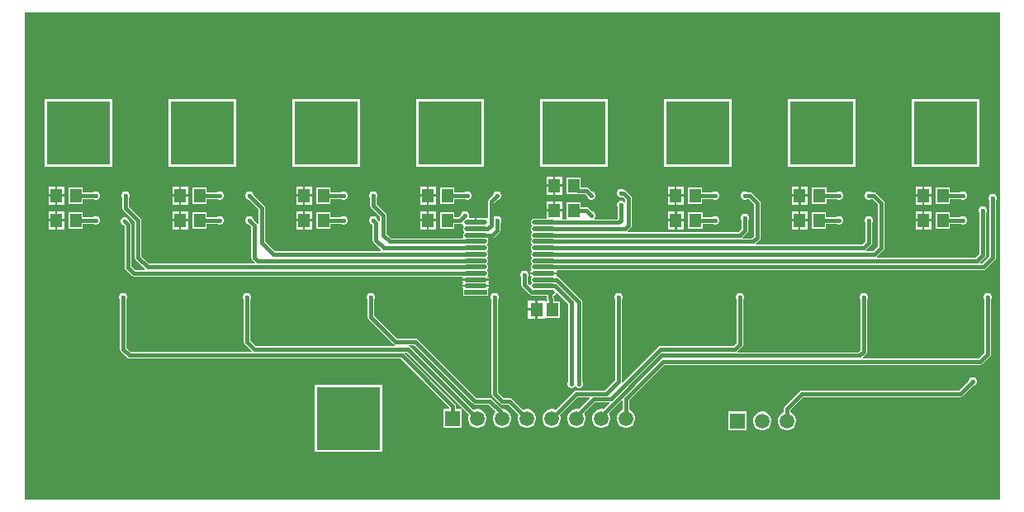
<source format=gbr>
%TF.GenerationSoftware,Altium Limited,Altium Designer,23.10.1 (27)*%
G04 Layer_Physical_Order=2*
G04 Layer_Color=16711680*
%FSLAX45Y45*%
%MOMM*%
%TF.SameCoordinates,A038C99E-A49E-49FA-BA90-4B12FE75E0D5*%
%TF.FilePolarity,Positive*%
%TF.FileFunction,Copper,L2,Bot,Signal*%
%TF.Part,Single*%
G01*
G75*
%TA.AperFunction,SMDPad,CuDef*%
%ADD11R,1.30464X1.45620*%
%TA.AperFunction,Conductor*%
%ADD15C,0.38100*%
%TA.AperFunction,ComponentPad*%
%ADD16R,6.50000X6.50000*%
%ADD17R,6.50000X6.50000*%
%ADD18R,1.50000X1.50000*%
%ADD19C,1.50000*%
%TA.AperFunction,ViaPad*%
%ADD20C,0.45000*%
%ADD21C,0.50000*%
%TA.AperFunction,SMDPad,CuDef*%
%ADD22R,2.35283X0.49493*%
G04:AMPARAMS|DCode=23|XSize=2.35283mm|YSize=0.49493mm|CornerRadius=0.24746mm|HoleSize=0mm|Usage=FLASHONLY|Rotation=0.000|XOffset=0mm|YOffset=0mm|HoleType=Round|Shape=RoundedRectangle|*
%AMROUNDEDRECTD23*
21,1,2.35283,0.00000,0,0,0.0*
21,1,1.85790,0.49493,0,0,0.0*
1,1,0.49493,0.92895,0.00000*
1,1,0.49493,-0.92895,0.00000*
1,1,0.49493,-0.92895,0.00000*
1,1,0.49493,0.92895,0.00000*
%
%ADD23ROUNDEDRECTD23*%
%ADD24R,1.20000X1.45000*%
G36*
X14500000Y7700000D02*
X4500000D01*
Y12700000D01*
X14500000D01*
Y7700000D01*
D02*
G37*
%LPC*%
G36*
X14289600Y11805480D02*
X13599600D01*
Y11115480D01*
X14289600D01*
Y11805480D01*
D02*
G37*
G36*
X13019600D02*
X12329600D01*
Y11115480D01*
X13019600D01*
Y11805480D01*
D02*
G37*
G36*
X11749600D02*
X11059600D01*
Y11115480D01*
X11749600D01*
Y11805480D01*
D02*
G37*
G36*
X10479600D02*
X9789600D01*
Y11115480D01*
X10479600D01*
Y11805480D01*
D02*
G37*
G36*
X9209600D02*
X8519600D01*
Y11115480D01*
X9209600D01*
Y11805480D01*
D02*
G37*
G36*
X7939600D02*
X7249600D01*
Y11115480D01*
X7939600D01*
Y11805480D01*
D02*
G37*
G36*
X6669600D02*
X5979600D01*
Y11115480D01*
X6669600D01*
Y11805480D01*
D02*
G37*
G36*
X5399600D02*
X4709600D01*
Y11115480D01*
X5399600D01*
Y11805480D01*
D02*
G37*
G36*
X10013000Y11014500D02*
X9943000D01*
Y10932000D01*
X10013000D01*
Y11014500D01*
D02*
G37*
G36*
X9923000D02*
X9853000D01*
Y10932000D01*
X9923000D01*
Y11014500D01*
D02*
G37*
G36*
X12529200Y10912900D02*
X12459200D01*
Y10830400D01*
X12529200D01*
Y10912900D01*
D02*
G37*
G36*
X12439200D02*
X12369200D01*
Y10830400D01*
X12439200D01*
Y10912900D01*
D02*
G37*
G36*
X13797600D02*
X13727600D01*
Y10830400D01*
X13797600D01*
Y10912900D01*
D02*
G37*
G36*
X11257600D02*
X11187600D01*
Y10830400D01*
X11257600D01*
Y10912900D01*
D02*
G37*
G36*
X8717600D02*
X8647600D01*
Y10830400D01*
X8717600D01*
Y10912900D01*
D02*
G37*
G36*
X7447600D02*
X7377600D01*
Y10830400D01*
X7447600D01*
Y10912900D01*
D02*
G37*
G36*
X6177600D02*
X6107600D01*
Y10830400D01*
X6177600D01*
Y10912900D01*
D02*
G37*
G36*
X4907600D02*
X4837600D01*
Y10830400D01*
X4907600D01*
Y10912900D01*
D02*
G37*
G36*
X13707600D02*
X13637601D01*
Y10830400D01*
X13707600D01*
Y10912900D01*
D02*
G37*
G36*
X11167600D02*
X11097600D01*
Y10830400D01*
X11167600D01*
Y10912900D01*
D02*
G37*
G36*
X8627600D02*
X8557600D01*
Y10830400D01*
X8627600D01*
Y10912900D01*
D02*
G37*
G36*
X7357600D02*
X7287600D01*
Y10830400D01*
X7357600D01*
Y10912900D01*
D02*
G37*
G36*
X6087600D02*
X6017600D01*
Y10830400D01*
X6087600D01*
Y10912900D01*
D02*
G37*
G36*
X4817600D02*
X4747600D01*
Y10830400D01*
X4817600D01*
Y10912900D01*
D02*
G37*
G36*
X10013000Y10912000D02*
X9943000D01*
Y10829500D01*
X10013000D01*
Y10912000D01*
D02*
G37*
G36*
X9923000D02*
X9853000D01*
Y10829500D01*
X9923000D01*
Y10912000D01*
D02*
G37*
G36*
X13990300Y10905600D02*
X13844901D01*
Y10735200D01*
X13990300D01*
Y10788028D01*
X14094669D01*
X14098326Y10784370D01*
X14113947Y10777900D01*
X14130853D01*
X14146474Y10784370D01*
X14158430Y10796326D01*
X14164900Y10811946D01*
Y10828854D01*
X14158430Y10844474D01*
X14146474Y10856430D01*
X14130853Y10862900D01*
X14113947D01*
X14098326Y10856430D01*
X14094669Y10852772D01*
X13990300D01*
Y10905600D01*
D02*
G37*
G36*
X12721900D02*
X12576500D01*
Y10735200D01*
X12721900D01*
Y10788028D01*
X12824667D01*
X12828326Y10784370D01*
X12843945Y10777900D01*
X12860854D01*
X12876474Y10784370D01*
X12888429Y10796326D01*
X12894901Y10811946D01*
Y10828854D01*
X12888429Y10844474D01*
X12876474Y10856430D01*
X12860854Y10862900D01*
X12843945D01*
X12828326Y10856430D01*
X12824667Y10852772D01*
X12721900D01*
Y10905600D01*
D02*
G37*
G36*
X11450300D02*
X11304900D01*
Y10735200D01*
X11450300D01*
Y10788028D01*
X11554668D01*
X11558326Y10784370D01*
X11573946Y10777900D01*
X11590854D01*
X11606474Y10784370D01*
X11618430Y10796326D01*
X11624900Y10811946D01*
Y10828854D01*
X11618430Y10844474D01*
X11606474Y10856430D01*
X11590854Y10862900D01*
X11573946D01*
X11558326Y10856430D01*
X11554668Y10852772D01*
X11450300D01*
Y10905600D01*
D02*
G37*
G36*
X10205700Y11007200D02*
X10060300D01*
Y10836800D01*
X10170823D01*
X10173950Y10836178D01*
X10248974D01*
X10269900Y10815251D01*
Y10811946D01*
X10276370Y10796326D01*
X10288326Y10784370D01*
X10303946Y10777900D01*
X10320854D01*
X10336474Y10784370D01*
X10348430Y10796326D01*
X10354900Y10811946D01*
Y10828854D01*
X10348430Y10844474D01*
X10336474Y10856430D01*
X10320854Y10862900D01*
X10313814D01*
X10285273Y10891440D01*
X10274771Y10898458D01*
X10262383Y10900922D01*
X10205700D01*
Y11007200D01*
D02*
G37*
G36*
X8910300Y10905600D02*
X8764900D01*
Y10735200D01*
X8910300D01*
Y10788028D01*
X9014668D01*
X9018326Y10784370D01*
X9033946Y10777900D01*
X9050854D01*
X9066474Y10784370D01*
X9078430Y10796326D01*
X9084900Y10811946D01*
Y10828854D01*
X9078430Y10844474D01*
X9066474Y10856430D01*
X9050854Y10862900D01*
X9033946D01*
X9018326Y10856430D01*
X9014668Y10852772D01*
X8910300D01*
Y10905600D01*
D02*
G37*
G36*
X7640300D02*
X7494900D01*
Y10735200D01*
X7640300D01*
Y10788028D01*
X7744668D01*
X7748326Y10784370D01*
X7763946Y10777900D01*
X7780854D01*
X7796474Y10784370D01*
X7808430Y10796326D01*
X7814900Y10811946D01*
Y10828854D01*
X7808430Y10844474D01*
X7796474Y10856430D01*
X7780854Y10862900D01*
X7763946D01*
X7748326Y10856430D01*
X7744668Y10852772D01*
X7640300D01*
Y10905600D01*
D02*
G37*
G36*
X6370300D02*
X6224900D01*
Y10735200D01*
X6370300D01*
Y10788028D01*
X6474668D01*
X6478326Y10784370D01*
X6493946Y10777900D01*
X6510854D01*
X6526474Y10784370D01*
X6538430Y10796326D01*
X6544900Y10811946D01*
Y10828854D01*
X6538430Y10844474D01*
X6526474Y10856430D01*
X6510854Y10862900D01*
X6493946D01*
X6478326Y10856430D01*
X6474668Y10852772D01*
X6370300D01*
Y10905600D01*
D02*
G37*
G36*
X5100300D02*
X4954900D01*
Y10735200D01*
X5100300D01*
Y10788028D01*
X5204668D01*
X5208326Y10784370D01*
X5223946Y10777900D01*
X5240854D01*
X5256474Y10784370D01*
X5268430Y10796326D01*
X5274900Y10811946D01*
Y10828854D01*
X5268430Y10844474D01*
X5256474Y10856430D01*
X5240854Y10862900D01*
X5223946D01*
X5208326Y10856430D01*
X5204668Y10852772D01*
X5100300D01*
Y10905600D01*
D02*
G37*
G36*
X10625654Y10888300D02*
X10608746D01*
X10593126Y10881830D01*
X10581170Y10869874D01*
X10574700Y10854254D01*
Y10837346D01*
X10581170Y10821726D01*
X10593126Y10809770D01*
X10608746Y10803300D01*
X10625654D01*
X10635316Y10807303D01*
X10661028Y10781591D01*
Y10756887D01*
X10648328Y10751626D01*
X10641274Y10758680D01*
X10625654Y10765150D01*
X10608746D01*
X10593126Y10758680D01*
X10581170Y10746724D01*
X10574700Y10731104D01*
Y10714197D01*
X10581170Y10698576D01*
X10584828Y10694918D01*
Y10579809D01*
X10580291Y10575272D01*
X10348536D01*
X10343276Y10587972D01*
X10348430Y10593126D01*
X10354900Y10608746D01*
Y10625654D01*
X10348430Y10641274D01*
X10336474Y10653230D01*
X10320854Y10659700D01*
X10313814D01*
X10282623Y10690890D01*
X10272121Y10697908D01*
X10259733Y10700372D01*
X10205700D01*
Y10753200D01*
X10060300D01*
Y10582800D01*
X10050718Y10575272D01*
X10025606D01*
X10013000Y10575500D01*
Y10658000D01*
X9933000D01*
X9853000D01*
Y10581080D01*
X9728819D01*
X9714208Y10578174D01*
X9701822Y10569897D01*
X9693545Y10557511D01*
X9690639Y10542900D01*
X9693545Y10528289D01*
X9699850Y10518854D01*
X9701044Y10510400D01*
X9699850Y10501946D01*
X9693545Y10492511D01*
X9690639Y10477900D01*
X9693545Y10463289D01*
X9701822Y10450903D01*
Y10439897D01*
X9693545Y10427511D01*
X9690639Y10412900D01*
X9693545Y10398289D01*
X9699850Y10388854D01*
X9701044Y10380400D01*
X9699850Y10371946D01*
X9693545Y10362511D01*
X9690639Y10347900D01*
X9693545Y10333289D01*
X9701822Y10320903D01*
Y10309897D01*
X9693545Y10297511D01*
X9690639Y10282900D01*
X9693545Y10268289D01*
X9699850Y10258854D01*
X9701044Y10250400D01*
X9699850Y10241946D01*
X9693545Y10232511D01*
X9690639Y10217900D01*
X9693545Y10203289D01*
X9699850Y10193854D01*
X9701044Y10185400D01*
X9699850Y10176946D01*
X9693545Y10167511D01*
X9690639Y10152900D01*
X9693545Y10138289D01*
X9699850Y10128854D01*
X9701044Y10120400D01*
X9699850Y10111946D01*
X9693545Y10102511D01*
X9690639Y10087900D01*
X9693545Y10073289D01*
X9701822Y10060903D01*
X9697802Y10055991D01*
X9696559Y10055160D01*
X9686669Y10040359D01*
X9685185Y10032900D01*
X9958243D01*
X9956759Y10040359D01*
X9955110Y10042828D01*
X9961898Y10055528D01*
X14329700D01*
X14342088Y10057992D01*
X14352591Y10065010D01*
X14450090Y10162510D01*
X14457108Y10173012D01*
X14459572Y10185400D01*
Y10766900D01*
X14463229Y10770557D01*
X14469701Y10786178D01*
Y10803085D01*
X14463229Y10818706D01*
X14451274Y10830661D01*
X14435654Y10837131D01*
X14418745D01*
X14403127Y10830661D01*
X14391170Y10818706D01*
X14384700Y10803085D01*
Y10786178D01*
X14391170Y10770557D01*
X14394827Y10766900D01*
Y10198809D01*
X14316290Y10120272D01*
X14298196D01*
X14297412Y10121276D01*
X14293553Y10132972D01*
X14348489Y10187910D01*
X14355508Y10198412D01*
X14357973Y10210800D01*
Y10640268D01*
X14361630Y10643926D01*
X14368100Y10659546D01*
Y10676454D01*
X14361630Y10692074D01*
X14349673Y10704030D01*
X14334055Y10710500D01*
X14317146D01*
X14301526Y10704030D01*
X14289571Y10692074D01*
X14283099Y10676454D01*
Y10659546D01*
X14289571Y10643926D01*
X14293228Y10640268D01*
Y10224209D01*
X14254291Y10185272D01*
X13245596D01*
X13244810Y10186277D01*
X13240953Y10197972D01*
X13307091Y10264110D01*
X13314108Y10274612D01*
X13316573Y10287000D01*
Y10744200D01*
X13314108Y10756588D01*
X13307091Y10767090D01*
X13230890Y10843290D01*
X13220387Y10850308D01*
X13208000Y10852772D01*
X13184932D01*
X13181274Y10856430D01*
X13165654Y10862900D01*
X13148746D01*
X13133125Y10856430D01*
X13121170Y10844474D01*
X13114700Y10828854D01*
Y10811946D01*
X13121170Y10796326D01*
X13133125Y10784370D01*
X13148746Y10777900D01*
X13165654D01*
X13181274Y10784370D01*
X13184932Y10788028D01*
X13194591D01*
X13251828Y10730791D01*
Y10300409D01*
X13201691Y10250272D01*
X13132796D01*
X13132011Y10251276D01*
X13128152Y10262972D01*
X13180090Y10314910D01*
X13187108Y10325412D01*
X13189572Y10337800D01*
Y10538668D01*
X13193230Y10542326D01*
X13199699Y10557946D01*
Y10574854D01*
X13193230Y10590474D01*
X13181274Y10602430D01*
X13165654Y10608900D01*
X13148746D01*
X13133125Y10602430D01*
X13121170Y10590474D01*
X13114700Y10574854D01*
Y10557946D01*
X13121170Y10542326D01*
X13124828Y10538668D01*
Y10351209D01*
X13088892Y10315272D01*
X12003996D01*
X12003211Y10316277D01*
X11999353Y10327972D01*
X12037090Y10365710D01*
X12044108Y10376212D01*
X12046572Y10388600D01*
Y10744200D01*
X12044108Y10756588D01*
X12037090Y10767090D01*
X11962211Y10841970D01*
X11951708Y10848988D01*
X11939320Y10851452D01*
X11916252D01*
X11911274Y10856430D01*
X11895654Y10862900D01*
X11878746D01*
X11863126Y10856430D01*
X11851170Y10844474D01*
X11844700Y10828854D01*
Y10811946D01*
X11851170Y10796326D01*
X11863126Y10784370D01*
X11878746Y10777900D01*
X11895654D01*
X11911274Y10784370D01*
X11913612Y10786708D01*
X11925911D01*
X11981828Y10730791D01*
Y10402009D01*
X11960091Y10380272D01*
X11865796D01*
X11865012Y10381276D01*
X11861153Y10392972D01*
X11910090Y10441910D01*
X11917108Y10452412D01*
X11919572Y10464800D01*
Y10564068D01*
X11923230Y10567726D01*
X11929700Y10583346D01*
Y10600254D01*
X11923230Y10615874D01*
X11911274Y10627830D01*
X11895654Y10634300D01*
X11878746D01*
X11863126Y10627830D01*
X11851170Y10615874D01*
X11844700Y10600254D01*
Y10583346D01*
X11851170Y10567726D01*
X11854828Y10564068D01*
Y10478209D01*
X11821891Y10445272D01*
X10686196D01*
X10685411Y10446277D01*
X10681553Y10457972D01*
X10716290Y10492710D01*
X10723308Y10503212D01*
X10725772Y10515600D01*
Y10795000D01*
X10723308Y10807388D01*
X10716290Y10817890D01*
X10666811Y10867370D01*
X10656308Y10874388D01*
X10646831Y10876273D01*
X10641274Y10881830D01*
X10625654Y10888300D01*
D02*
G37*
G36*
X13797600Y10810400D02*
X13727600D01*
Y10727900D01*
X13797600D01*
Y10810400D01*
D02*
G37*
G36*
X13707600D02*
X13637601D01*
Y10727900D01*
X13707600D01*
Y10810400D01*
D02*
G37*
G36*
X12529200Y10810401D02*
X12459200D01*
Y10727900D01*
X12529200D01*
Y10810401D01*
D02*
G37*
G36*
X12439200D02*
X12369200D01*
Y10727900D01*
X12439200D01*
Y10810401D01*
D02*
G37*
G36*
X11257600Y10810400D02*
X11187600D01*
Y10727900D01*
X11257600D01*
Y10810400D01*
D02*
G37*
G36*
X11167600D02*
X11097600D01*
Y10727900D01*
X11167600D01*
Y10810400D01*
D02*
G37*
G36*
X8717600D02*
X8647600D01*
Y10727900D01*
X8717600D01*
Y10810400D01*
D02*
G37*
G36*
X8627600D02*
X8557600D01*
Y10727900D01*
X8627600D01*
Y10810400D01*
D02*
G37*
G36*
X7447600D02*
X7377600D01*
Y10727900D01*
X7447600D01*
Y10810400D01*
D02*
G37*
G36*
X7357600D02*
X7287600D01*
Y10727900D01*
X7357600D01*
Y10810400D01*
D02*
G37*
G36*
X6177600D02*
X6107600D01*
Y10727900D01*
X6177600D01*
Y10810400D01*
D02*
G37*
G36*
X6087600D02*
X6017600D01*
Y10727900D01*
X6087600D01*
Y10810400D01*
D02*
G37*
G36*
X4907600D02*
X4837600D01*
Y10727900D01*
X4907600D01*
Y10810400D01*
D02*
G37*
G36*
X4817600D02*
X4747600D01*
Y10727900D01*
X4817600D01*
Y10810400D01*
D02*
G37*
G36*
X10013000Y10760500D02*
X9943000D01*
Y10678000D01*
X10013000D01*
Y10760500D01*
D02*
G37*
G36*
X9923000D02*
X9853000D01*
Y10678000D01*
X9923000D01*
Y10760500D01*
D02*
G37*
G36*
X9355654Y10862900D02*
X9338746D01*
X9323126Y10856430D01*
X9311170Y10844474D01*
X9304700Y10828854D01*
Y10823681D01*
X9260487Y10779468D01*
X9253469Y10768966D01*
X9251005Y10756577D01*
Y10589189D01*
X9239805Y10583203D01*
X9237040Y10585050D01*
X9219581Y10588523D01*
X9136686D01*
Y10542900D01*
X9116686D01*
Y10588523D01*
X9064870D01*
X9056383Y10601223D01*
X9059500Y10608746D01*
Y10625654D01*
X9053030Y10641274D01*
X9041074Y10653230D01*
X9025454Y10659700D01*
X9008546D01*
X8992926Y10653230D01*
X8980970Y10641274D01*
X8974500Y10625654D01*
Y10622349D01*
X8950924Y10598772D01*
X8910300D01*
Y10651600D01*
X8764900D01*
Y10481200D01*
X8910300D01*
Y10534028D01*
X8964333D01*
X8976721Y10536492D01*
X8990632Y10530513D01*
X8991641Y10525441D01*
X9001530Y10510640D01*
X9002773Y10509809D01*
X9006793Y10504897D01*
X8998517Y10492511D01*
X8995611Y10477900D01*
X8998517Y10463289D01*
X9004821Y10453854D01*
X9006016Y10445400D01*
X9004821Y10436946D01*
X8998517Y10427511D01*
X8995611Y10412900D01*
X8998517Y10398289D01*
X9002069Y10392972D01*
X8995281Y10380272D01*
X8258309D01*
X8211172Y10427409D01*
Y10617200D01*
X8208708Y10629588D01*
X8201690Y10640090D01*
X8109572Y10732209D01*
Y10792668D01*
X8113230Y10796326D01*
X8119700Y10811946D01*
Y10828854D01*
X8113230Y10844474D01*
X8101274Y10856430D01*
X8085654Y10862900D01*
X8068746D01*
X8053126Y10856430D01*
X8041170Y10844474D01*
X8034700Y10828854D01*
Y10811946D01*
X8041170Y10796326D01*
X8044828Y10792668D01*
Y10718800D01*
X8047292Y10706412D01*
X8054310Y10695910D01*
X8146428Y10603791D01*
Y10548137D01*
X8133728Y10546886D01*
X8132508Y10553020D01*
X8125490Y10563522D01*
X8119700Y10569313D01*
Y10574854D01*
X8113230Y10590474D01*
X8101274Y10602430D01*
X8085654Y10608900D01*
X8068746D01*
X8053126Y10602430D01*
X8041170Y10590474D01*
X8034700Y10574854D01*
Y10557946D01*
X8041170Y10542326D01*
X8053126Y10530370D01*
X8068746Y10523900D01*
X8070228D01*
Y10363200D01*
X8072692Y10350812D01*
X8079710Y10340310D01*
X8157047Y10262972D01*
X8153188Y10251276D01*
X8152404Y10250272D01*
X7067509D01*
X6966572Y10351209D01*
Y10693400D01*
X6964108Y10705788D01*
X6957090Y10716290D01*
X6849700Y10823681D01*
Y10828854D01*
X6843230Y10844474D01*
X6831274Y10856430D01*
X6815654Y10862900D01*
X6798746D01*
X6783126Y10856430D01*
X6771170Y10844474D01*
X6764700Y10828854D01*
Y10811946D01*
X6771170Y10796326D01*
X6783126Y10784370D01*
X6798746Y10777900D01*
X6803919D01*
X6901828Y10679991D01*
Y10521238D01*
X6889128Y10519988D01*
X6887908Y10526121D01*
X6880890Y10536623D01*
X6849700Y10567814D01*
Y10574854D01*
X6843230Y10590474D01*
X6831274Y10602430D01*
X6815654Y10608900D01*
X6798746D01*
X6783126Y10602430D01*
X6771170Y10590474D01*
X6764700Y10574854D01*
Y10557946D01*
X6771170Y10542326D01*
X6783126Y10530370D01*
X6798746Y10523900D01*
X6802051D01*
X6825628Y10500324D01*
Y10185400D01*
X6828092Y10173012D01*
X6835110Y10162510D01*
X6864647Y10132972D01*
X6860788Y10121276D01*
X6860004Y10120272D01*
X5775109D01*
X5696572Y10198809D01*
Y10566400D01*
X5694108Y10578788D01*
X5687090Y10589290D01*
X5569572Y10706809D01*
Y10792668D01*
X5573230Y10796326D01*
X5579700Y10811946D01*
Y10828854D01*
X5573230Y10844474D01*
X5561274Y10856430D01*
X5545654Y10862900D01*
X5528746D01*
X5513126Y10856430D01*
X5501170Y10844474D01*
X5494700Y10828854D01*
Y10811946D01*
X5501170Y10796326D01*
X5504828Y10792668D01*
Y10693400D01*
X5507292Y10681012D01*
X5514310Y10670510D01*
X5631828Y10552991D01*
Y10185400D01*
X5634292Y10173012D01*
X5641310Y10162510D01*
X5734643Y10069176D01*
X5729383Y10056476D01*
X5632624D01*
X5592736Y10096363D01*
Y10524754D01*
X5590272Y10537143D01*
X5583255Y10547645D01*
X5570459Y10560440D01*
Y10565613D01*
X5563989Y10581233D01*
X5552033Y10593189D01*
X5536413Y10599659D01*
X5519506D01*
X5503885Y10593189D01*
X5491930Y10581233D01*
X5485459Y10565613D01*
Y10548706D01*
X5491930Y10533085D01*
X5503885Y10521130D01*
X5519506Y10514659D01*
X5524678D01*
X5527992Y10511346D01*
Y10082954D01*
X5530456Y10070566D01*
X5537474Y10060064D01*
X5596324Y10001213D01*
X5606826Y9994196D01*
X5619215Y9991732D01*
X8987306D01*
X8994094Y9979032D01*
X8991641Y9975359D01*
X8990157Y9967900D01*
X9263215D01*
X9261731Y9975359D01*
X9251841Y9990160D01*
X9250598Y9990991D01*
X9246578Y9995903D01*
X9254855Y10008289D01*
X9257761Y10022900D01*
X9254855Y10037511D01*
X9248550Y10046946D01*
X9247356Y10055400D01*
X9248550Y10063854D01*
X9254855Y10073289D01*
X9257761Y10087900D01*
X9254855Y10102511D01*
X9248550Y10111946D01*
X9247356Y10120400D01*
X9248550Y10128854D01*
X9254855Y10138289D01*
X9257761Y10152900D01*
X9254855Y10167511D01*
X9248550Y10176946D01*
X9247356Y10185400D01*
X9248550Y10193854D01*
X9254855Y10203289D01*
X9257761Y10217900D01*
X9254855Y10232511D01*
X9248550Y10241946D01*
X9247356Y10250400D01*
X9248550Y10258854D01*
X9254855Y10268289D01*
X9257761Y10282900D01*
X9254855Y10297511D01*
X9248550Y10306946D01*
X9247356Y10315400D01*
X9248550Y10323854D01*
X9254855Y10333289D01*
X9257761Y10347900D01*
X9254855Y10362511D01*
X9250498Y10369032D01*
X9257286Y10381732D01*
X9296504D01*
X9308892Y10384196D01*
X9319394Y10391213D01*
X9368770Y10440589D01*
X9375788Y10451092D01*
X9376357Y10453955D01*
X9380235Y10459759D01*
X9382700Y10472147D01*
Y10538668D01*
X9386357Y10542326D01*
X9392827Y10557946D01*
Y10574854D01*
X9386357Y10590474D01*
X9374402Y10602430D01*
X9358781Y10608900D01*
X9341874D01*
X9328449Y10603339D01*
X9315749Y10608519D01*
Y10743169D01*
X9350481Y10777900D01*
X9355654D01*
X9371274Y10784370D01*
X9383230Y10796326D01*
X9389700Y10811946D01*
Y10828854D01*
X9383230Y10844474D01*
X9371274Y10856430D01*
X9355654Y10862900D01*
D02*
G37*
G36*
X11259200Y10658900D02*
X11189200D01*
Y10576400D01*
X11259200D01*
Y10658900D01*
D02*
G37*
G36*
X11169200D02*
X11099200D01*
Y10576400D01*
X11169200D01*
Y10658900D01*
D02*
G37*
G36*
X13797600D02*
X13727600D01*
Y10576400D01*
X13797600D01*
Y10658900D01*
D02*
G37*
G36*
X12527600D02*
X12457600D01*
Y10576400D01*
X12527600D01*
Y10658900D01*
D02*
G37*
G36*
X8717600D02*
X8647600D01*
Y10576400D01*
X8717600D01*
Y10658900D01*
D02*
G37*
G36*
X7447600D02*
X7377600D01*
Y10576400D01*
X7447600D01*
Y10658900D01*
D02*
G37*
G36*
X6177600D02*
X6107600D01*
Y10576400D01*
X6177600D01*
Y10658900D01*
D02*
G37*
G36*
X4907600D02*
X4837600D01*
Y10576400D01*
X4907600D01*
Y10658900D01*
D02*
G37*
G36*
X7357600D02*
X7287600D01*
Y10576400D01*
X7357600D01*
Y10658900D01*
D02*
G37*
G36*
X6087600D02*
X6017600D01*
Y10576400D01*
X6087600D01*
Y10658900D01*
D02*
G37*
G36*
X4817600D02*
X4747600D01*
Y10576400D01*
X4817600D01*
Y10658900D01*
D02*
G37*
G36*
X13707600D02*
X13637601D01*
Y10576400D01*
X13707600D01*
Y10658900D01*
D02*
G37*
G36*
X12437600D02*
X12367600D01*
Y10576400D01*
X12437600D01*
Y10658900D01*
D02*
G37*
G36*
X8627600D02*
X8557600D01*
Y10576400D01*
X8627600D01*
Y10658900D01*
D02*
G37*
G36*
X13990300Y10651600D02*
X13844901D01*
Y10481200D01*
X13990300D01*
Y10534028D01*
X14094669D01*
X14098326Y10530370D01*
X14113947Y10523900D01*
X14130853D01*
X14146474Y10530370D01*
X14158430Y10542326D01*
X14164900Y10557946D01*
Y10574854D01*
X14158430Y10590474D01*
X14146474Y10602430D01*
X14130853Y10608900D01*
X14113947D01*
X14098326Y10602430D01*
X14094669Y10598772D01*
X13990300D01*
Y10651600D01*
D02*
G37*
G36*
X12720300D02*
X12574900D01*
Y10481200D01*
X12720300D01*
Y10534028D01*
X12824667D01*
X12828326Y10530370D01*
X12843945Y10523900D01*
X12860854D01*
X12876474Y10530370D01*
X12888429Y10542326D01*
X12894901Y10557946D01*
Y10574854D01*
X12888429Y10590474D01*
X12876474Y10602430D01*
X12860854Y10608900D01*
X12843945D01*
X12828326Y10602430D01*
X12824667Y10598772D01*
X12720300D01*
Y10651600D01*
D02*
G37*
G36*
X11451900D02*
X11306500D01*
Y10481200D01*
X11451900D01*
Y10534028D01*
X11554668D01*
X11558326Y10530370D01*
X11573946Y10523900D01*
X11590854D01*
X11606474Y10530370D01*
X11618430Y10542326D01*
X11624900Y10557946D01*
Y10574854D01*
X11618430Y10590474D01*
X11606474Y10602430D01*
X11590854Y10608900D01*
X11573946D01*
X11558326Y10602430D01*
X11554668Y10598772D01*
X11451900D01*
Y10651600D01*
D02*
G37*
G36*
X7640300D02*
X7494900D01*
Y10481200D01*
X7640300D01*
Y10534028D01*
X7744668D01*
X7748326Y10530370D01*
X7763946Y10523900D01*
X7780854D01*
X7796474Y10530370D01*
X7808430Y10542326D01*
X7814900Y10557946D01*
Y10574854D01*
X7808430Y10590474D01*
X7796474Y10602430D01*
X7780854Y10608900D01*
X7763946D01*
X7748326Y10602430D01*
X7744668Y10598772D01*
X7640300D01*
Y10651600D01*
D02*
G37*
G36*
X6370300D02*
X6224900D01*
Y10481200D01*
X6370300D01*
Y10534028D01*
X6474668D01*
X6478326Y10530370D01*
X6493946Y10523900D01*
X6510854D01*
X6526474Y10530370D01*
X6538430Y10542326D01*
X6544900Y10557946D01*
Y10574854D01*
X6538430Y10590474D01*
X6526474Y10602430D01*
X6510854Y10608900D01*
X6493946D01*
X6478326Y10602430D01*
X6474668Y10598772D01*
X6370300D01*
Y10651600D01*
D02*
G37*
G36*
X5100300D02*
X4954900D01*
Y10481200D01*
X5100300D01*
Y10534028D01*
X5204668D01*
X5208326Y10530370D01*
X5223946Y10523900D01*
X5240854D01*
X5256474Y10530370D01*
X5268430Y10542326D01*
X5274900Y10557946D01*
Y10574854D01*
X5268430Y10590474D01*
X5256474Y10602430D01*
X5240854Y10608900D01*
X5223946D01*
X5208326Y10602430D01*
X5204668Y10598772D01*
X5100300D01*
Y10651600D01*
D02*
G37*
G36*
X13797600Y10556400D02*
X13727600D01*
Y10473900D01*
X13797600D01*
Y10556400D01*
D02*
G37*
G36*
X13707600D02*
X13637601D01*
Y10473900D01*
X13707600D01*
Y10556400D01*
D02*
G37*
G36*
X12527600D02*
X12457600D01*
Y10473900D01*
X12527600D01*
Y10556400D01*
D02*
G37*
G36*
X12437600D02*
X12367600D01*
Y10473900D01*
X12437600D01*
Y10556400D01*
D02*
G37*
G36*
X11259200Y10556401D02*
X11189200D01*
Y10473900D01*
X11259200D01*
Y10556401D01*
D02*
G37*
G36*
X11169200D02*
X11099200D01*
Y10473900D01*
X11169200D01*
Y10556401D01*
D02*
G37*
G36*
X8717600Y10556400D02*
X8647600D01*
Y10473900D01*
X8717600D01*
Y10556400D01*
D02*
G37*
G36*
X8627600D02*
X8557600D01*
Y10473900D01*
X8627600D01*
Y10556400D01*
D02*
G37*
G36*
X7447600D02*
X7377600D01*
Y10473900D01*
X7447600D01*
Y10556400D01*
D02*
G37*
G36*
X7357600D02*
X7287600D01*
Y10473900D01*
X7357600D01*
Y10556400D01*
D02*
G37*
G36*
X6177600D02*
X6107600D01*
Y10473900D01*
X6177600D01*
Y10556400D01*
D02*
G37*
G36*
X6087600D02*
X6017600D01*
Y10473900D01*
X6087600D01*
Y10556400D01*
D02*
G37*
G36*
X4907600D02*
X4837600D01*
Y10473900D01*
X4907600D01*
Y10556400D01*
D02*
G37*
G36*
X4817600D02*
X4747600D01*
Y10473900D01*
X4817600D01*
Y10556400D01*
D02*
G37*
G36*
X9263215Y9947900D02*
X8990157D01*
X8991641Y9940441D01*
X9001530Y9925640D01*
Y9925160D01*
X8991641Y9910359D01*
X8990157Y9902900D01*
X9263215D01*
X9261731Y9910359D01*
X9251841Y9925160D01*
Y9925640D01*
X9261731Y9940441D01*
X9263215Y9947900D01*
D02*
G37*
G36*
Y9882900D02*
X8990157D01*
X8991641Y9875441D01*
X8991643Y9875437D01*
X8992269Y9874386D01*
X8996344Y9865346D01*
Y9790454D01*
X9257027D01*
Y9865346D01*
X9261103Y9874386D01*
X9261728Y9875437D01*
X9261731Y9875441D01*
X9263215Y9882900D01*
D02*
G37*
G36*
X9739222Y9744810D02*
X9663990D01*
Y9662000D01*
X9739222D01*
Y9744810D01*
D02*
G37*
G36*
Y9642000D02*
X9663990D01*
Y9559190D01*
X9739222D01*
Y9642000D01*
D02*
G37*
G36*
X8060254Y9821500D02*
X8043346D01*
X8027726Y9815030D01*
X8015770Y9803074D01*
X8009300Y9787454D01*
Y9770546D01*
X8015770Y9754926D01*
X8019428Y9751268D01*
Y9575800D01*
X8021892Y9563412D01*
X8028910Y9552910D01*
X8282910Y9298910D01*
X8293412Y9291892D01*
X8299545Y9290672D01*
X8298294Y9277972D01*
X6871409D01*
X6814172Y9335209D01*
Y9751268D01*
X6817830Y9754926D01*
X6824300Y9770546D01*
Y9787454D01*
X6817830Y9803074D01*
X6805874Y9815030D01*
X6790254Y9821500D01*
X6773346D01*
X6757726Y9815030D01*
X6745770Y9803074D01*
X6739300Y9787454D01*
Y9770546D01*
X6745770Y9754926D01*
X6749428Y9751268D01*
Y9321800D01*
X6751892Y9309412D01*
X6758910Y9298910D01*
X6831307Y9226512D01*
X6826046Y9213812D01*
X5589369D01*
X5544172Y9259009D01*
Y9751268D01*
X5547830Y9754926D01*
X5554300Y9770546D01*
Y9787454D01*
X5547830Y9803074D01*
X5535874Y9815030D01*
X5520254Y9821500D01*
X5503346D01*
X5487726Y9815030D01*
X5475770Y9803074D01*
X5469300Y9787454D01*
Y9770546D01*
X5475770Y9754926D01*
X5479428Y9751268D01*
Y9245600D01*
X5481892Y9233212D01*
X5488910Y9222710D01*
X5553069Y9158550D01*
X5563572Y9151532D01*
X5575960Y9149068D01*
X8356551D01*
X8857628Y8647991D01*
Y8629400D01*
X8795000D01*
Y8439400D01*
X8985000D01*
Y8629400D01*
X8922372D01*
Y8661400D01*
X8919908Y8673788D01*
X8912890Y8684290D01*
X8396653Y9200528D01*
X8401914Y9213228D01*
X8419391D01*
X9057698Y8574921D01*
X9055474Y8571068D01*
X9049000Y8546907D01*
Y8521893D01*
X9055474Y8497732D01*
X9067981Y8476069D01*
X9085669Y8458381D01*
X9107332Y8445874D01*
X9131493Y8439400D01*
X9156507D01*
X9180668Y8445874D01*
X9202331Y8458381D01*
X9220019Y8476069D01*
X9232526Y8497732D01*
X9239000Y8521893D01*
Y8546907D01*
X9232526Y8571068D01*
X9220019Y8592731D01*
X9202331Y8610419D01*
X9180668Y8622926D01*
X9156507Y8629400D01*
X9131493D01*
X9107332Y8622926D01*
X9103479Y8620702D01*
X8455690Y9268490D01*
X8445188Y9275508D01*
X8439055Y9276728D01*
X8440306Y9289428D01*
X8495591D01*
X9095710Y8689310D01*
X9106212Y8682292D01*
X9118600Y8679828D01*
X9257591D01*
X9333335Y8604084D01*
X9321981Y8592731D01*
X9309474Y8571068D01*
X9303000Y8546907D01*
Y8521893D01*
X9309474Y8497732D01*
X9321981Y8476069D01*
X9339669Y8458381D01*
X9361332Y8445874D01*
X9385493Y8439400D01*
X9410507D01*
X9434668Y8445874D01*
X9456331Y8458381D01*
X9474019Y8476069D01*
X9486526Y8497732D01*
X9493000Y8521893D01*
Y8546907D01*
X9486526Y8571068D01*
X9474019Y8592731D01*
X9456331Y8610419D01*
X9434668Y8622926D01*
X9410507Y8629400D01*
X9399547D01*
X9399480Y8629501D01*
X9293890Y8735090D01*
X9283388Y8742108D01*
X9271000Y8744572D01*
X9132009D01*
X8531890Y9344690D01*
X8521388Y9351708D01*
X8509000Y9354172D01*
X8319209D01*
X8084172Y9589209D01*
Y9751268D01*
X8087830Y9754926D01*
X8094300Y9770546D01*
Y9787454D01*
X8087830Y9803074D01*
X8075874Y9815030D01*
X8060254Y9821500D01*
D02*
G37*
G36*
X14384854D02*
X14367946D01*
X14352325Y9815030D01*
X14340370Y9803074D01*
X14333900Y9787454D01*
Y9770546D01*
X14340370Y9754926D01*
X14344028Y9751268D01*
Y9208209D01*
X14286790Y9150972D01*
X13100914D01*
X13095653Y9163672D01*
X13129289Y9197310D01*
X13136308Y9207812D01*
X13138773Y9220200D01*
Y9751268D01*
X13142430Y9754926D01*
X13148900Y9770546D01*
Y9787454D01*
X13142430Y9803074D01*
X13130473Y9815030D01*
X13114854Y9821500D01*
X13097946D01*
X13082326Y9815030D01*
X13070370Y9803074D01*
X13063901Y9787454D01*
Y9770546D01*
X13070370Y9754926D01*
X13074028Y9751268D01*
Y9233609D01*
X13052237Y9211818D01*
X11815049D01*
X11811754Y9217290D01*
X11810299Y9224518D01*
X11859290Y9273510D01*
X11866308Y9284012D01*
X11868772Y9296400D01*
Y9751268D01*
X11872430Y9754926D01*
X11878900Y9770546D01*
Y9787454D01*
X11872430Y9803074D01*
X11860474Y9815030D01*
X11844854Y9821500D01*
X11827946D01*
X11812326Y9815030D01*
X11800370Y9803074D01*
X11793900Y9787454D01*
Y9770546D01*
X11800370Y9754926D01*
X11804028Y9751268D01*
Y9309809D01*
X11772191Y9277972D01*
X11023600D01*
X11011212Y9275508D01*
X11000710Y9268490D01*
X10634514Y8902295D01*
X10622810Y8908551D01*
X10624172Y8915400D01*
Y9751268D01*
X10627830Y9754926D01*
X10634300Y9770546D01*
Y9787454D01*
X10627830Y9803074D01*
X10615874Y9815030D01*
X10600254Y9821500D01*
X10583346D01*
X10567726Y9815030D01*
X10555770Y9803074D01*
X10549300Y9787454D01*
Y9770546D01*
X10555770Y9754926D01*
X10559428Y9751268D01*
Y8928809D01*
X10451391Y8820772D01*
X10160000D01*
X10147612Y8818308D01*
X10137110Y8811290D01*
X9946521Y8620702D01*
X9942668Y8622926D01*
X9918507Y8629400D01*
X9893493D01*
X9869332Y8622926D01*
X9847669Y8610419D01*
X9829981Y8592731D01*
X9817474Y8571068D01*
X9811000Y8546907D01*
Y8521893D01*
X9817474Y8497732D01*
X9829981Y8476069D01*
X9847669Y8458381D01*
X9869332Y8445874D01*
X9893493Y8439400D01*
X9918507D01*
X9942668Y8445874D01*
X9964331Y8458381D01*
X9982019Y8476069D01*
X9994526Y8497732D01*
X10001000Y8521893D01*
Y8546907D01*
X9994526Y8571068D01*
X9992302Y8574921D01*
X10173409Y8756028D01*
X10293853D01*
X10298714Y8744295D01*
X10181428Y8627009D01*
X10172507Y8629400D01*
X10147493D01*
X10123332Y8622926D01*
X10101669Y8610419D01*
X10083981Y8592731D01*
X10071474Y8571068D01*
X10065000Y8546907D01*
Y8521893D01*
X10071474Y8497732D01*
X10083981Y8476069D01*
X10101669Y8458381D01*
X10123332Y8445874D01*
X10147493Y8439400D01*
X10172507D01*
X10196668Y8445874D01*
X10218331Y8458381D01*
X10236019Y8476069D01*
X10248526Y8497732D01*
X10255000Y8521893D01*
Y8546907D01*
X10248526Y8571068D01*
X10237004Y8591023D01*
X10351209Y8705228D01*
X10497053D01*
X10501914Y8693495D01*
X10435428Y8627009D01*
X10426507Y8629400D01*
X10401493D01*
X10377332Y8622926D01*
X10355669Y8610419D01*
X10337981Y8592731D01*
X10325474Y8571068D01*
X10319000Y8546907D01*
Y8521893D01*
X10325474Y8497732D01*
X10337981Y8476069D01*
X10355669Y8458381D01*
X10377332Y8445874D01*
X10401493Y8439400D01*
X10426507D01*
X10450668Y8445874D01*
X10472331Y8458381D01*
X10490019Y8476069D01*
X10502526Y8497732D01*
X10509000Y8521893D01*
Y8546907D01*
X10502526Y8571068D01*
X10491004Y8591023D01*
X10623895Y8723914D01*
X10635628Y8719053D01*
Y8624077D01*
X10631332Y8622926D01*
X10609669Y8610419D01*
X10591981Y8592731D01*
X10579474Y8571068D01*
X10573000Y8546907D01*
Y8521893D01*
X10579474Y8497732D01*
X10591981Y8476069D01*
X10609669Y8458381D01*
X10631332Y8445874D01*
X10655493Y8439400D01*
X10680507D01*
X10704668Y8445874D01*
X10726331Y8458381D01*
X10744019Y8476069D01*
X10756526Y8497732D01*
X10763000Y8521893D01*
Y8546907D01*
X10756526Y8571068D01*
X10744019Y8592731D01*
X10726331Y8610419D01*
X10704668Y8622926D01*
X10700372Y8624077D01*
Y8724191D01*
X11062409Y9086228D01*
X14300200D01*
X14312589Y9088692D01*
X14323090Y9095710D01*
X14399290Y9171910D01*
X14406308Y9182412D01*
X14408772Y9194800D01*
Y9751268D01*
X14412430Y9754926D01*
X14418900Y9770546D01*
Y9787454D01*
X14412430Y9803074D01*
X14400475Y9815030D01*
X14384854Y9821500D01*
D02*
G37*
G36*
X9635054Y10050100D02*
X9618146D01*
X9602526Y10043630D01*
X9590570Y10031674D01*
X9584100Y10016054D01*
Y9999146D01*
X9590570Y9983526D01*
X9594228Y9979868D01*
Y9904897D01*
X9596692Y9892509D01*
X9603710Y9882007D01*
X9679503Y9806213D01*
X9690006Y9799196D01*
X9702394Y9796731D01*
X9708064D01*
X9714208Y9792626D01*
X9728819Y9789720D01*
X9856362D01*
Y9768322D01*
X9858826Y9755934D01*
X9862650Y9750210D01*
X9857573Y9737510D01*
X9834454D01*
Y9744810D01*
X9759222D01*
Y9652000D01*
Y9559190D01*
X9834454D01*
Y9566490D01*
X9988310D01*
Y9737510D01*
X9929786D01*
Y9759642D01*
X9927322Y9772030D01*
X9922866Y9778699D01*
X9926218Y9792029D01*
X9929220Y9792626D01*
X9941607Y9800903D01*
X9949883Y9813289D01*
X9950848Y9818141D01*
X9964629Y9822321D01*
X10076828Y9710122D01*
Y8917732D01*
X10073170Y8914074D01*
X10066700Y8898454D01*
Y8881546D01*
X10073170Y8865926D01*
X10085126Y8853970D01*
X10100746Y8847500D01*
X10117654D01*
X10133274Y8853970D01*
X10139003Y8859700D01*
X10147300Y8864682D01*
X10155597Y8859700D01*
X10161326Y8853970D01*
X10176946Y8847500D01*
X10193854D01*
X10209474Y8853970D01*
X10221430Y8865926D01*
X10227900Y8881546D01*
Y8898454D01*
X10221430Y8914074D01*
X10217772Y8917732D01*
Y9728200D01*
X10215308Y9740588D01*
X10208290Y9751090D01*
X9979794Y9979587D01*
X9969292Y9986604D01*
X9960602Y9988333D01*
X9955245Y9997177D01*
X9954306Y10001768D01*
X9956759Y10005441D01*
X9958243Y10012900D01*
X9685185D01*
X9686669Y10005441D01*
X9696559Y9990640D01*
X9697802Y9989809D01*
X9701822Y9984897D01*
X9693545Y9972511D01*
X9690639Y9957900D01*
X9693545Y9943289D01*
X9699850Y9933854D01*
X9701044Y9925400D01*
X9699850Y9916946D01*
X9693545Y9907511D01*
X9692580Y9902659D01*
X9678800Y9898479D01*
X9658972Y9918306D01*
Y9979868D01*
X9662630Y9983526D01*
X9669100Y9999146D01*
Y10016054D01*
X9662630Y10031674D01*
X9650674Y10043630D01*
X9635054Y10050100D01*
D02*
G37*
G36*
X9330254Y9821500D02*
X9313346D01*
X9297726Y9815030D01*
X9285770Y9803074D01*
X9279300Y9787454D01*
Y9770546D01*
X9285770Y9754926D01*
X9289428Y9751268D01*
Y8788400D01*
X9291892Y8776012D01*
X9298910Y8765510D01*
X9375826Y8688593D01*
X9386328Y8681576D01*
X9398716Y8679112D01*
X9461507D01*
X9565698Y8574921D01*
X9563474Y8571068D01*
X9557000Y8546907D01*
Y8521893D01*
X9563474Y8497732D01*
X9575981Y8476069D01*
X9593669Y8458381D01*
X9615332Y8445874D01*
X9639493Y8439400D01*
X9664507D01*
X9688668Y8445874D01*
X9710331Y8458381D01*
X9728019Y8476069D01*
X9740526Y8497732D01*
X9747000Y8521893D01*
Y8546907D01*
X9740526Y8571068D01*
X9728019Y8592731D01*
X9710331Y8610419D01*
X9688668Y8622926D01*
X9664507Y8629400D01*
X9639493D01*
X9615332Y8622926D01*
X9611479Y8620702D01*
X9497807Y8734374D01*
X9487305Y8741392D01*
X9474916Y8743856D01*
X9412125D01*
X9354172Y8801809D01*
Y9751268D01*
X9357830Y9754926D01*
X9364300Y9770546D01*
Y9787454D01*
X9357830Y9803074D01*
X9345874Y9815030D01*
X9330254Y9821500D01*
D02*
G37*
G36*
X14232454Y8957900D02*
X14215546D01*
X14199927Y8951430D01*
X14187970Y8939474D01*
X14181500Y8923854D01*
Y8918681D01*
X14083591Y8820772D01*
X12471400D01*
X12459012Y8818308D01*
X12448510Y8811290D01*
X12296110Y8658890D01*
X12289092Y8648388D01*
X12286628Y8636000D01*
Y8598677D01*
X12282332Y8597526D01*
X12260669Y8585019D01*
X12242981Y8567331D01*
X12230474Y8545668D01*
X12224000Y8521507D01*
Y8496493D01*
X12230474Y8472332D01*
X12242981Y8450669D01*
X12260669Y8432981D01*
X12282332Y8420474D01*
X12306493Y8414000D01*
X12331507D01*
X12355668Y8420474D01*
X12377331Y8432981D01*
X12395019Y8450669D01*
X12407526Y8472332D01*
X12414000Y8496493D01*
Y8521507D01*
X12407526Y8545668D01*
X12395019Y8567331D01*
X12377331Y8585019D01*
X12355668Y8597526D01*
X12351372Y8598677D01*
Y8622591D01*
X12484809Y8756028D01*
X14097000D01*
X14109389Y8758492D01*
X14119890Y8765510D01*
X14227281Y8872900D01*
X14232454D01*
X14248074Y8879370D01*
X14260030Y8891326D01*
X14266499Y8906946D01*
Y8923854D01*
X14260030Y8939474D01*
X14248074Y8951430D01*
X14232454Y8957900D01*
D02*
G37*
G36*
X12077507Y8604000D02*
X12052493D01*
X12028332Y8597526D01*
X12006669Y8585019D01*
X11988981Y8567331D01*
X11976474Y8545668D01*
X11970000Y8521507D01*
Y8496493D01*
X11976474Y8472332D01*
X11988981Y8450669D01*
X12006669Y8432981D01*
X12028332Y8420474D01*
X12052493Y8414000D01*
X12077507D01*
X12101668Y8420474D01*
X12123331Y8432981D01*
X12141019Y8450669D01*
X12153526Y8472332D01*
X12160000Y8496493D01*
Y8521507D01*
X12153526Y8545668D01*
X12141019Y8567331D01*
X12123331Y8585019D01*
X12101668Y8597526D01*
X12077507Y8604000D01*
D02*
G37*
G36*
X11906000D02*
X11716000D01*
Y8414000D01*
X11906000D01*
Y8604000D01*
D02*
G37*
G36*
X8168200Y8879400D02*
X7478200D01*
Y8189400D01*
X8168200D01*
Y8879400D01*
D02*
G37*
%LPD*%
D11*
X9910378Y9652000D02*
D03*
X9749222D02*
D03*
D15*
X9702394Y9829104D02*
X9820511D01*
X9626600Y9904897D02*
Y10007600D01*
X9820511Y9829104D02*
X9821714Y9827900D01*
X9626600Y9904897D02*
X9702394Y9829104D01*
X8051800Y9575800D02*
X8305800Y9321800D01*
X8509000D02*
X9118600Y8712200D01*
X8305800Y9321800D02*
X8509000D01*
X8051800Y9575800D02*
Y9779000D01*
X10185400Y8890000D02*
Y9728200D01*
X9956904Y9956696D02*
X10185400Y9728200D01*
X9821714Y9957900D02*
X9822918Y9956696D01*
X9956904D01*
X9321800Y8788400D02*
Y9779000D01*
X9821714Y9892900D02*
X9822918Y9891696D01*
X9941034D02*
X10109200Y9723531D01*
X9822918Y9891696D02*
X9941034D01*
X10109200Y8890000D02*
Y9723531D01*
X9906000Y8534400D02*
X10160000Y8788400D01*
X10464800D01*
X9321800D02*
X9398716Y8711484D01*
X9474916D01*
X9652000Y8534400D01*
X14097000Y8788400D02*
X14224001Y8915400D01*
X12471400Y8788400D02*
X14097000D01*
X12319000Y8636000D02*
X12471400Y8788400D01*
X5027600Y10566400D02*
X5232400D01*
X5027600Y10820400D02*
X5232400D01*
X6297600Y10566400D02*
X6502400D01*
X6297600Y10820400D02*
X6502400D01*
X7567600Y10566400D02*
X7772400D01*
X7567600Y10820400D02*
X7772400D01*
X8837600Y10566400D02*
X8964333D01*
X9015133Y10617200D01*
X9017000D01*
X8837600Y10820400D02*
X9042400D01*
X10133000Y10909500D02*
X10173950Y10868550D01*
X10262383D01*
X10310533Y10820400D01*
X10133000Y10909500D02*
Y10922000D01*
X10310533Y10820400D02*
X10312400D01*
X10310533Y10617200D02*
X10312400D01*
X10259733Y10668000D02*
X10310533Y10617200D01*
X10133000Y10668000D02*
X10259733D01*
X9821714Y10542900D02*
X10593700D01*
X9821714Y10477900D02*
X10655700D01*
X11379200Y10566400D02*
X11582400D01*
X11377600Y10820400D02*
X11582400D01*
X12647600Y10566400D02*
X12852400D01*
X12649200Y10820400D02*
X12852400D01*
X13917599Y10566400D02*
X14122400D01*
X13917599Y10820400D02*
X14122400D01*
X9118600Y8712200D02*
X9271000D01*
X5511800Y9245600D02*
X5575960Y9181440D01*
X8369960D01*
X5511800Y9245600D02*
Y9779000D01*
X6781800Y9321800D02*
Y9779000D01*
Y9321800D02*
X6858000Y9245600D01*
X8432800D01*
X10591800Y8915400D02*
Y9779000D01*
X10464800Y8788400D02*
X10591800Y8915400D01*
X11836400Y9296400D02*
Y9779000D01*
X11785600Y9245600D02*
X11836400Y9296400D01*
X13106400Y9220200D02*
Y9779000D01*
X13065646Y9179446D02*
X13106400Y9220200D01*
X10337800Y8737600D02*
X10515600D01*
X10160000Y8534400D02*
Y8559800D01*
X10337800Y8737600D01*
X9376589Y8555811D02*
X9398000Y8534400D01*
X9376589Y8555811D02*
Y8606611D01*
X9271000Y8712200D02*
X9376589Y8606611D01*
X10515600Y8737600D02*
X11023600Y9245600D01*
X11785600D01*
X14300200Y9118600D02*
X14376401Y9194800D01*
X11049000Y9118600D02*
X14300200D01*
X10668000Y8737600D02*
X11049000Y9118600D01*
X10668000Y8534400D02*
Y8737600D01*
X11033646Y9179446D02*
X13065646D01*
X10414000Y8559800D02*
X11033646Y9179446D01*
X10414000Y8534400D02*
Y8559800D01*
X14376401Y9194800D02*
Y9779000D01*
X8432800Y9245600D02*
X9144000Y8534400D01*
X8369960Y9181440D02*
X8890000Y8661400D01*
Y8534400D02*
Y8661400D01*
X5761700Y10087900D02*
X9126686D01*
X5619215Y10024104D02*
X9125482D01*
X5664200Y10185400D02*
Y10566400D01*
X5560364Y10082954D02*
Y10524754D01*
Y10082954D02*
X5619215Y10024104D01*
X5664200Y10185400D02*
X5761700Y10087900D01*
X5527959Y10557159D02*
X5560364Y10524754D01*
X5537200Y10693400D02*
Y10820400D01*
Y10693400D02*
X5664200Y10566400D01*
X12319000Y8509000D02*
Y8636000D01*
X9888734Y9768322D02*
X9897414Y9759642D01*
Y9664964D02*
X9910378Y9652000D01*
X9897414Y9664964D02*
Y9759642D01*
X9888734Y9768322D02*
Y9822637D01*
X9883471Y9827900D02*
X9888734Y9822637D01*
X9821714Y9827900D02*
X9883471D01*
X10617200Y10566400D02*
Y10722650D01*
X10593700Y10542900D02*
X10617200Y10566400D01*
X10693400Y10515600D02*
Y10795000D01*
X10655700Y10477900D02*
X10693400Y10515600D01*
X11887200Y10464800D02*
Y10591800D01*
X9821714Y10412900D02*
X11835300D01*
X11887200Y10464800D01*
X12014200Y10388600D02*
Y10744200D01*
X11973500Y10347900D02*
X12014200Y10388600D01*
X9821714Y10347900D02*
X11973500D01*
X9821714Y10282900D02*
X13102299D01*
X13157201Y10337800D02*
Y10566400D01*
X13102299Y10282900D02*
X13157201Y10337800D01*
X13284200Y10287000D02*
Y10744200D01*
X9821714Y10217900D02*
X13215100D01*
X13284200Y10287000D01*
X14325600Y10210800D02*
Y10668000D01*
X9821714Y10152900D02*
X14267700D01*
X14325600Y10210800D01*
X9821714Y10087900D02*
X14329700D01*
X14427200Y10185400D02*
Y10794631D01*
X14329700Y10087900D02*
X14427200Y10185400D01*
X9283377Y10756577D02*
X9347200Y10820400D01*
X9127889Y10479104D02*
X9246006D01*
X9345880Y10467699D02*
X9350328Y10472147D01*
X9126686Y10477900D02*
X9127889Y10479104D01*
X9345880Y10463480D02*
Y10467699D01*
X9350328Y10472147D02*
Y10566400D01*
X9246006Y10479104D02*
X9283377Y10516475D01*
Y10756577D01*
X9296504Y10414104D02*
X9345880Y10463480D01*
X9127890Y10414104D02*
X9296504D01*
X9126686Y10412900D02*
X9127890Y10414104D01*
X8244900Y10347900D02*
X9126686D01*
X8178800Y10414000D02*
Y10617200D01*
X8077200Y10718800D02*
X8178800Y10617200D01*
Y10414000D02*
X8244900Y10347900D01*
X8077200Y10718800D02*
Y10820400D01*
Y10566031D02*
Y10566400D01*
Y10566031D02*
X8102600Y10540631D01*
Y10363200D02*
Y10540631D01*
X8182900Y10282900D02*
X9126686D01*
X8102600Y10363200D02*
X8182900Y10282900D01*
X7054100Y10217900D02*
X9126686D01*
X6934200Y10337800D02*
Y10693400D01*
X6807200Y10820400D02*
X6934200Y10693400D01*
Y10337800D02*
X7054100Y10217900D01*
X6890500Y10152900D02*
X9126686D01*
X6858000Y10185400D02*
X6890500Y10152900D01*
X6807200Y10564533D02*
Y10566400D01*
Y10564533D02*
X6858000Y10513733D01*
Y10185400D02*
Y10513733D01*
X9125482Y10024104D02*
X9126686Y10022900D01*
X10617200Y10845800D02*
X10618520Y10844480D01*
X10643920D01*
X10693400Y10795000D01*
X13157201Y10820400D02*
X13208000D01*
X13284200Y10744200D01*
X11887200Y10820400D02*
X11888520Y10819080D01*
X11939320D01*
X12014200Y10744200D01*
D16*
X7091680Y8534400D02*
D03*
X7823200D02*
D03*
D17*
X8864600Y11460480D02*
D03*
Y12192000D02*
D03*
X7594600Y11460480D02*
D03*
Y12192000D02*
D03*
X6324600Y11460480D02*
D03*
Y12192000D02*
D03*
X5054600Y11460480D02*
D03*
Y12192000D02*
D03*
X13944600Y11460480D02*
D03*
Y12192000D02*
D03*
X12674600Y11460480D02*
D03*
Y12192000D02*
D03*
X11404600Y11460480D02*
D03*
Y12192000D02*
D03*
X10134600Y11460480D02*
D03*
Y12192000D02*
D03*
D18*
X8890000Y8534400D02*
D03*
X11811000Y8509000D02*
D03*
D19*
X9144000Y8534400D02*
D03*
X9398000D02*
D03*
X9652000D02*
D03*
X9906000D02*
D03*
X10160000D02*
D03*
X10414000D02*
D03*
X10668000D02*
D03*
X12573000Y8509000D02*
D03*
X12319000D02*
D03*
X12065000D02*
D03*
D20*
X9626600Y10007600D02*
D03*
X10185400Y8890000D02*
D03*
X9321800Y9779000D02*
D03*
X10109200Y8890000D02*
D03*
X14224001Y8915400D02*
D03*
X5232400Y10566400D02*
D03*
Y10820400D02*
D03*
X6502400Y10566400D02*
D03*
Y10820400D02*
D03*
X7772400Y10566400D02*
D03*
Y10820400D02*
D03*
X9017000Y10617200D02*
D03*
X9042400Y10820400D02*
D03*
X10312400D02*
D03*
Y10617200D02*
D03*
X11582400Y10566400D02*
D03*
Y10820400D02*
D03*
X12852400Y10566400D02*
D03*
Y10820400D02*
D03*
X14122400Y10566400D02*
D03*
Y10820400D02*
D03*
X5511800Y9779000D02*
D03*
X6781800D02*
D03*
X8051800D02*
D03*
X10591800D02*
D03*
X11836400D02*
D03*
X13106400D02*
D03*
X14376401D02*
D03*
X9347200Y10820400D02*
D03*
X9350328Y10566400D02*
D03*
X8077200D02*
D03*
X5527959Y10557159D02*
D03*
X10617200Y10722650D02*
D03*
Y10845800D02*
D03*
X11887200Y10591800D02*
D03*
Y10820400D02*
D03*
X13157201Y10566400D02*
D03*
Y10820400D02*
D03*
X14325600Y10668000D02*
D03*
X14427200Y10794631D02*
D03*
X8077200Y10820400D02*
D03*
X6807200D02*
D03*
Y10566400D02*
D03*
X5537200Y10820400D02*
D03*
D21*
X8196158Y9529658D02*
D03*
X5778500Y9525000D02*
D03*
X5651500D02*
D03*
Y9652000D02*
D03*
X5778500D02*
D03*
X7048500Y9525000D02*
D03*
X6921500D02*
D03*
Y9652000D02*
D03*
X7048500D02*
D03*
X8318500D02*
D03*
X9588500D02*
D03*
X9461500D02*
D03*
Y9525000D02*
D03*
X9588500D02*
D03*
X10858500Y9652000D02*
D03*
X10731500D02*
D03*
Y9525000D02*
D03*
X10858500D02*
D03*
X12128500Y9652000D02*
D03*
X12001500D02*
D03*
Y9525000D02*
D03*
X12128500D02*
D03*
X13271500Y9652000D02*
D03*
X13398500D02*
D03*
X13271500Y9525000D02*
D03*
X13398500D02*
D03*
D22*
X9126686Y9827900D02*
D03*
D23*
Y9892900D02*
D03*
Y9957900D02*
D03*
Y10022900D02*
D03*
Y10087900D02*
D03*
Y10152900D02*
D03*
Y10217900D02*
D03*
Y10282900D02*
D03*
Y10347900D02*
D03*
Y10412900D02*
D03*
Y10477900D02*
D03*
Y10542900D02*
D03*
X9821714D02*
D03*
Y10477900D02*
D03*
Y10412900D02*
D03*
Y10347900D02*
D03*
Y10282900D02*
D03*
Y10217900D02*
D03*
Y10152900D02*
D03*
Y10087900D02*
D03*
Y10022900D02*
D03*
Y9957900D02*
D03*
Y9892900D02*
D03*
Y9827900D02*
D03*
D24*
X5027600Y10820400D02*
D03*
X4827600D02*
D03*
X5027600Y10566400D02*
D03*
X4827600D02*
D03*
X10133000Y10668000D02*
D03*
X9933000D02*
D03*
X7567600Y10820400D02*
D03*
X7367600D02*
D03*
X6297600D02*
D03*
X6097600D02*
D03*
X8837600Y10566400D02*
D03*
X8637600D02*
D03*
X7567600D02*
D03*
X7367600D02*
D03*
X6297600D02*
D03*
X6097600D02*
D03*
X11379200D02*
D03*
X11179200D02*
D03*
X12647600D02*
D03*
X12447600D02*
D03*
X13917599D02*
D03*
X13717599D02*
D03*
X13917599Y10820400D02*
D03*
X13717599D02*
D03*
X10133000Y10922000D02*
D03*
X9933000D02*
D03*
X8837600Y10820400D02*
D03*
X8637600D02*
D03*
X11377600D02*
D03*
X11177600D02*
D03*
X12649200D02*
D03*
X12449200D02*
D03*
%TF.MD5,946b7dfb9044b3d377834c93c95f3c69*%
M02*

</source>
